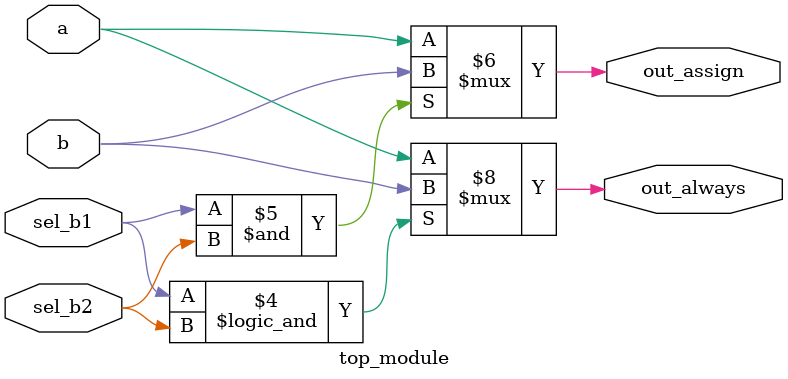
<source format=v>
module top_module(
    input a,
    input b,
    input sel_b1,
    input sel_b2,
    output wire out_assign,
    output reg out_always   ); 
    
    always @(*)
        begin
            if(sel_b1==1'b1 && sel_b2==1'b1)
                out_always=b;
            else
                out_always=a;
        end
    assign out_assign=sel_b1&sel_b2?b:a;

endmodule

</source>
